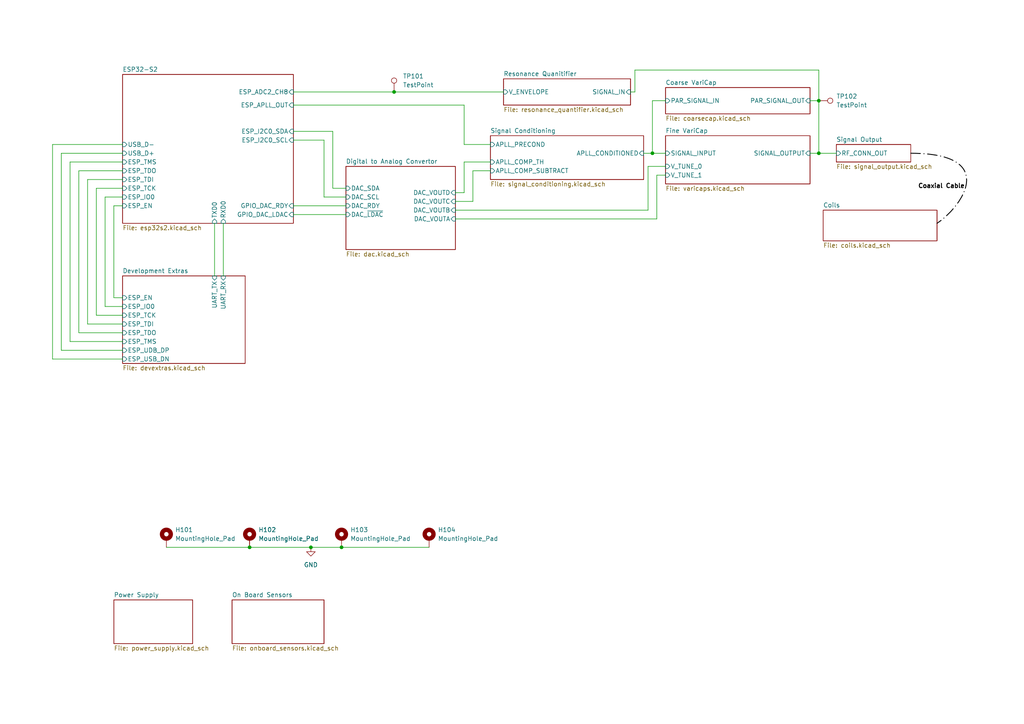
<source format=kicad_sch>
(kicad_sch (version 20250114) (generator "eeschema") (generator_version "9.0")
  (paper "A4")
  (title_block (title "OPTOGENETIC STIMULATOR HEAD UNIT OVERVIEW") (rev "0") (company "Integrated BioElectronics Laboratory @ NYU Abu Dhabi") (comment 1 "Schematic developed by Hamza Anver"))
  (lib_symbols
    (symbol "Connector:TestPoint" (pin_numbers (hide yes)) (pin_names (offset 0.762) (hide yes))
      (property "Reference" "TP" (at 0 6.858 0))
      (property "Value" "TestPoint" (at 0 5.08 0))
      (symbol "TestPoint_0_1"
        (circle (center 0 3.302) (radius 0.762))
      )
      (symbol "TestPoint_1_1"
        (pin passive line (at 0 0 90) (length 2.54) (name "1") (number "1"))
      )
    )
    (symbol "Mechanical:MountingHole_Pad" (pin_numbers (hide yes)) (pin_names (offset 1.016) (hide yes)) (exclude_from_sim yes) (in_bom no)
      (property "Reference" "H" (at 0 6.35 0))
      (property "Value" "MountingHole_Pad" (at 0 4.445 0))
      (symbol "MountingHole_Pad_0_1"
        (circle (center 0 1.27) (radius 1.27) (stroke (width 1.27)))
      )
      (symbol "MountingHole_Pad_1_1"
        (pin input line (at 0 -2.54 90) (length 2.54) (name "1") (number "1"))
      )
    )
    (symbol "power:GND" (power) (pin_numbers (hide yes)) (pin_names (offset 0) (hide yes))
      (property "Value" "GND" (at 0 -3.81 0))
      (symbol "GND_0_1"
        (polyline (pts (xy 0 0) (xy 0 -1.27) (xy 1.27 -1.27) (xy 0 -2.54) (xy -1.27 -1.27) (xy 0 -1.27)))
      )
      (symbol "GND_1_1"
        (pin power_in line (at 0 0 270) (length 0) (name "~") (number "1"))
      )
    )
  )
  (bezier (pts (xy 264.16 44.45) (xy 289.56 44.45) (xy 279.4 59.69) (xy 271.78 64.77)) (stroke (width 0.254) (type dash_dot) (color 0 0 0 1)))
  (text "Coaxial Cable\n" (at 273.05 54.102 0) (effects (font (size 1.27 1.27) (thickness 0.254) (bold yes))))
  (junction (at 72.39 158.75))
  (junction (at 99.06 158.75))
  (junction (at 237.49 44.45))
  (junction (at 114.3 26.67))
  (junction (at 189.23 44.45))
  (junction (at 90.17 158.75))
  (junction (at 237.49 29.21))
  (wire (pts (xy 85.09 30.48) (xy 134.62 30.48)))
  (wire (pts (xy 134.62 30.48) (xy 134.62 41.91)))
  (wire (pts (xy 237.49 29.21) (xy 234.95 29.21)))
  (wire (pts (xy 85.09 59.69) (xy 100.33 59.69)))
  (wire (pts (xy 20.32 46.99) (xy 20.32 99.06)))
  (wire (pts (xy 237.49 20.32) (xy 237.49 29.21)))
  (wire (pts (xy 184.15 26.67) (xy 182.88 26.67)))
  (wire (pts (xy 64.77 64.77) (xy 64.77 80.01)))
  (wire (pts (xy 35.56 54.61) (xy 27.94 54.61)))
  (wire (pts (xy 72.39 158.75) (xy 90.17 158.75)))
  (wire (pts (xy 114.3 26.67) (xy 146.05 26.67)))
  (wire (pts (xy 132.08 60.96) (xy 187.96 60.96)))
  (wire (pts (xy 134.62 46.99) (xy 142.24 46.99)))
  (wire (pts (xy 237.49 44.45) (xy 242.57 44.45)))
  (wire (pts (xy 234.95 44.45) (xy 237.49 44.45)))
  (wire (pts (xy 186.69 44.45) (xy 189.23 44.45)))
  (wire (pts (xy 85.09 62.23) (xy 100.33 62.23)))
  (wire (pts (xy 93.98 40.64) (xy 93.98 57.15)))
  (wire (pts (xy 85.09 38.1) (xy 96.52 38.1)))
  (wire (pts (xy 134.62 41.91) (xy 142.24 41.91)))
  (wire (pts (xy 184.15 20.32) (xy 184.15 26.67)))
  (wire (pts (xy 30.48 88.9) (xy 35.56 88.9)))
  (wire (pts (xy 96.52 38.1) (xy 96.52 54.61)))
  (wire (pts (xy 35.56 59.69) (xy 33.02 59.69)))
  (wire (pts (xy 17.78 101.6) (xy 35.56 101.6)))
  (wire (pts (xy 27.94 54.61) (xy 27.94 91.44)))
  (wire (pts (xy 35.56 52.07) (xy 25.4 52.07)))
  (wire (pts (xy 35.56 41.91) (xy 15.24 41.91)))
  (wire (pts (xy 25.4 52.07) (xy 25.4 93.98)))
  (wire (pts (xy 85.09 26.67) (xy 114.3 26.67)))
  (wire (pts (xy 62.23 64.77) (xy 62.23 80.01)))
  (wire (pts (xy 35.56 46.99) (xy 20.32 46.99)))
  (wire (pts (xy 193.04 50.8) (xy 190.5 50.8)))
  (wire (pts (xy 96.52 54.61) (xy 100.33 54.61)))
  (wire (pts (xy 48.26 158.75) (xy 72.39 158.75)))
  (wire (pts (xy 85.09 40.64) (xy 93.98 40.64)))
  (wire (pts (xy 15.24 104.14) (xy 35.56 104.14)))
  (wire (pts (xy 93.98 57.15) (xy 100.33 57.15)))
  (wire (pts (xy 137.16 58.42) (xy 137.16 49.53)))
  (wire (pts (xy 190.5 63.5) (xy 132.08 63.5)))
  (wire (pts (xy 99.06 158.75) (xy 124.46 158.75)))
  (wire (pts (xy 90.17 158.75) (xy 99.06 158.75)))
  (wire (pts (xy 35.56 57.15) (xy 30.48 57.15)))
  (wire (pts (xy 33.02 59.69) (xy 33.02 86.36)))
  (wire (pts (xy 27.94 91.44) (xy 35.56 91.44)))
  (wire (pts (xy 22.86 96.52) (xy 35.56 96.52)))
  (wire (pts (xy 237.49 44.45) (xy 237.49 29.21)))
  (wire (pts (xy 187.96 48.26) (xy 193.04 48.26)))
  (wire (pts (xy 187.96 60.96) (xy 187.96 48.26)))
  (wire (pts (xy 137.16 49.53) (xy 142.24 49.53)))
  (wire (pts (xy 33.02 86.36) (xy 35.56 86.36)))
  (wire (pts (xy 22.86 49.53) (xy 22.86 96.52)))
  (wire (pts (xy 193.04 29.21) (xy 189.23 29.21)))
  (wire (pts (xy 30.48 57.15) (xy 30.48 88.9)))
  (wire (pts (xy 134.62 55.88) (xy 134.62 46.99)))
  (wire (pts (xy 17.78 44.45) (xy 17.78 101.6)))
  (wire (pts (xy 25.4 93.98) (xy 35.56 93.98)))
  (wire (pts (xy 35.56 44.45) (xy 17.78 44.45)))
  (wire (pts (xy 35.56 49.53) (xy 22.86 49.53)))
  (wire (pts (xy 132.08 55.88) (xy 134.62 55.88)))
  (wire (pts (xy 189.23 29.21) (xy 189.23 44.45)))
  (wire (pts (xy 190.5 50.8) (xy 190.5 63.5)))
  (wire (pts (xy 15.24 41.91) (xy 15.24 104.14)))
  (wire (pts (xy 20.32 99.06) (xy 35.56 99.06)))
  (wire (pts (xy 237.49 20.32) (xy 184.15 20.32)))
  (wire (pts (xy 189.23 44.45) (xy 193.04 44.45)))
  (wire (pts (xy 132.08 58.42) (xy 137.16 58.42)))
  (symbol (lib_id "Mechanical:MountingHole_Pad") (at 72.39 156.21 0) (unit 1) (exclude_from_sim yes) (in_bom no)
    (property "Reference" "H102" (at 74.93 153.6699 0) (effects (justify left)))
    (property "Value" "MountingHole_Pad" (at 74.93 156.2099 0) (effects (justify left)))
    (property "Footprint" "MountingHole:MountingHole_2.2mm_M2_ISO14580_Pad_TopBottom" (effects (hide yes)))
    (property "Description" "Mounting Hole with connection" (effects (hide yes)))
  )
  (symbol (lib_id "Mechanical:MountingHole_Pad") (at 124.46 156.21 0) (unit 1) (exclude_from_sim yes) (in_bom no)
    (property "Reference" "H104" (at 127 153.6699 0) (effects (justify left)))
    (property "Value" "MountingHole_Pad" (at 127 156.2099 0) (effects (justify left)))
    (property "Footprint" "MountingHole:MountingHole_2.2mm_M2_ISO14580_Pad_TopBottom" (effects (hide yes)))
    (property "Description" "Mounting Hole with connection" (effects (hide yes)))
  )
  (symbol (lib_id "power:GND") (at 90.17 158.75 0) (unit 1)
    (property "Reference" "#PWR0101" (effects (hide yes)))
    (property "Value" "GND" (at 90.17 163.83 0))
    (property "Description" "Power symbol creates a global label with name \"GND\" , ground" (effects (hide yes)))
  )
  (symbol (lib_id "Connector:TestPoint") (at 114.3 26.67 0) (unit 1)
    (property "Reference" "TP101" (at 116.84 22.0979 0) (effects (justify left)))
    (property "Value" "TestPoint" (at 116.84 24.6379 0) (effects (justify left)))
    (property "Footprint" "TestPoint:TestPoint_Pad_1.0x1.0mm" (effects (hide yes)))
    (property "Description" "test point" (effects (hide yes)))
  )
  (symbol (lib_id "Mechanical:MountingHole_Pad") (at 99.06 156.21 0) (unit 1) (exclude_from_sim yes) (in_bom no)
    (property "Reference" "H103" (at 101.6 153.6699 0) (effects (justify left)))
    (property "Value" "MountingHole_Pad" (at 101.6 156.2099 0) (effects (justify left)))
    (property "Footprint" "MountingHole:MountingHole_2.2mm_M2_ISO14580_Pad_TopBottom" (effects (hide yes)))
    (property "Description" "Mounting Hole with connection" (effects (hide yes)))
  )
  (symbol (lib_id "Mechanical:MountingHole_Pad") (at 48.26 156.21 0) (unit 1) (exclude_from_sim yes) (in_bom no)
    (property "Reference" "H101" (at 50.8 153.6699 0) (effects (justify left)))
    (property "Value" "MountingHole_Pad" (at 50.8 156.2099 0) (effects (justify left)))
    (property "Footprint" "MountingHole:MountingHole_2.2mm_M2_ISO14580_Pad_TopBottom" (effects (hide yes)))
    (property "Description" "Mounting Hole with connection" (effects (hide yes)))
  )
  (symbol (lib_id "Connector:TestPoint") (at 237.49 29.21 270) (unit 1)
    (property "Reference" "TP102" (at 242.57 27.9399 90) (effects (justify left)))
    (property "Value" "TestPoint" (at 242.57 30.4799 90) (effects (justify left)))
    (property "Footprint" "TestPoint:TestPoint_Pad_1.0x1.0mm" (effects (hide yes)))
    (property "Description" "test point" (effects (hide yes)))
  )
  (sheet (at 238.76 60.96) (size 33.02 8.89) (stroke (width 0.1524))
    (property "Sheetname" "Coils" (at 238.76 60.2484 0) (effects (justify left bottom)))
    (property "Sheetfile" "coils.kicad_sch" (at 238.76 70.4346 0) (effects (justify left top)))
  )
  (sheet (at 35.56 80.01) (size 35.56 25.4) (stroke (width 0.1524))
    (property "Sheetname" "Development Extras" (at 35.56 79.2984 0) (effects (justify left bottom)))
    (property "Sheetfile" "devextras.kicad_sch" (at 35.56 105.9946 0) (effects (justify left top)))
    (pin "ESP_EN" input (at 35.56 86.36 180))
    (pin "ESP_IO0 " input (at 35.56 88.9 180))
    (pin "ESP_TCK" input (at 35.56 91.44 180))
    (pin "ESP_TDI" input (at 35.56 93.98 180))
    (pin "ESP_TDO" input (at 35.56 96.52 180))
    (pin "ESP_TMS" input (at 35.56 99.06 180))
    (pin "UART_RX" input (at 64.77 80.01 90))
    (pin "UART_TX" input (at 62.23 80.01 90))
    (pin "ESP_UDB_DP" input (at 35.56 101.6 180))
    (pin "ESP_USB_DN" input (at 35.56 104.14 180))
  )
  (sheet (at 146.05 22.86) (size 36.83 7.62) (stroke (width 0.1524))
    (property "Sheetname" "Resonance Quanitifier" (at 146.05 22.1484 0) (effects (justify left bottom)))
    (property "Sheetfile" "resonance_quantifier.kicad_sch" (at 146.05 31.0646 0) (effects (justify left top)))
    (pin "V_ENVELOPE" input (at 146.05 26.67 180))
    (pin "SIGNAL_IN" input (at 182.88 26.67 0))
  )
  (sheet (at 100.33 48.26) (size 31.75 24.13) (stroke (width 0.1524))
    (property "Sheetname" "Digital to Analog Convertor" (at 100.33 47.5484 0) (effects (justify left bottom)))
    (property "Sheetfile" "dac.kicad_sch" (at 100.33 72.9746 0) (effects (justify left top)))
    (pin "DAC_RDY" input (at 100.33 59.69 180))
    (pin "DAC_SCL" input (at 100.33 57.15 180))
    (pin "DAC_SDA" input (at 100.33 54.61 180))
    (pin "DAC_VOUTC" input (at 132.08 58.42 0))
    (pin "DAC_VOUTB" input (at 132.08 60.96 0))
    (pin "DAC_VOUTD" input (at 132.08 55.88 0))
    (pin "DAC_~{LDAC}" input (at 100.33 62.23 180))
    (pin "DAC_VOUTA" input (at 132.08 63.5 0))
  )
  (sheet (at 142.24 39.37) (size 44.45 12.7) (stroke (width 0.1524))
    (property "Sheetname" "Signal Conditioning" (at 142.24 38.6584 0) (effects (justify left bottom)))
    (property "Sheetfile" "signal_conditioning.kicad_sch" (at 142.24 52.6546 0) (effects (justify left top)))
    (pin "APLL_COMP_TH" input (at 142.24 46.99 180))
    (pin "APLL_COMP_SUBTRACT" input (at 142.24 49.53 180))
    (pin "APLL_PRECOND" input (at 142.24 41.91 180))
    (pin "APLL_CONDITIONED" input (at 186.69 44.45 0))
  )
  (sheet (at 193.04 39.37) (size 41.91 13.97) (stroke (width 0.1524))
    (property "Sheetname" "Fine VariCap" (at 193.04 38.6584 0) (effects (justify left bottom)))
    (property "Sheetfile" "varicaps.kicad_sch" (at 193.04 53.9246 0) (effects (justify left top)))
    (pin "SIGNAL_INPUT" input (at 193.04 44.45 180))
    (pin "SIGNAL_OUTPUT" input (at 234.95 44.45 0))
    (pin "V_TUNE_0" input (at 193.04 48.26 180))
    (pin "V_TUNE_1" input (at 193.04 50.8 180))
  )
  (sheet (at 242.57 41.91) (size 21.59 5.08) (stroke (width 0.1524))
    (property "Sheetname" "Signal Output" (at 242.57 41.1984 0) (effects (justify left bottom)))
    (property "Sheetfile" "signal_output.kicad_sch" (at 242.57 47.5746 0) (effects (justify left top)))
    (pin "RF_CONN_OUT" input (at 242.57 44.45 180))
  )
  (sheet (at 33.02 173.99) (size 22.86 12.7) (stroke (width 0.1524))
    (property "Sheetname" "Power Supply" (at 33.02 173.2784 0) (effects (justify left bottom)))
    (property "Sheetfile" "power_supply.kicad_sch" (at 33.02 187.2746 0) (effects (justify left top)))
  )
  (sheet (at 35.56 21.59) (size 49.53 43.18) (stroke (width 0.1524))
    (property "Sheetname" "ESP32-S2" (at 35.56 20.8784 0) (effects (justify left bottom)))
    (property "Sheetfile" "esp32s2.kicad_sch" (at 35.56 65.3546 0) (effects (justify left top)))
    (pin "ESP_APLL_OUT" input (at 85.09 30.48 0))
    (pin "ESP_ADC2_CH8" input (at 85.09 26.67 0))
    (pin "ESP_I2C0_SCL" input (at 85.09 40.64 0))
    (pin "ESP_I2C0_SDA" input (at 85.09 38.1 0))
    (pin "ESP_TCK" input (at 35.56 54.61 180))
    (pin "ESP_TDI" input (at 35.56 52.07 180))
    (pin "ESP_TDO" input (at 35.56 49.53 180))
    (pin "ESP_TMS" input (at 35.56 46.99 180))
    (pin "GPIO_DAC_RDY" input (at 85.09 59.69 0))
    (pin "RXD0" input (at 64.77 64.77 270))
    (pin "TXD0" input (at 62.23 64.77 270))
    (pin "ESP_EN" input (at 35.56 59.69 180))
    (pin "ESP_IO0" input (at 35.56 57.15 180))
    (pin "GPIO_DAC_LDAC" input (at 85.09 62.23 0))
    (pin "USB_D+" input (at 35.56 44.45 180))
    (pin "USB_D-" input (at 35.56 41.91 180))
  )
  (sheet (at 193.04 25.4) (size 41.91 7.62) (stroke (width 0.1524))
    (property "Sheetname" "Coarse VariCap" (at 193.04 24.6884 0) (effects (justify left bottom)))
    (property "Sheetfile" "coarsecap.kicad_sch" (at 193.04 33.6046 0) (effects (justify left top)))
    (pin "PAR_SIGNAL_OUT" input (at 234.95 29.21 0))
    (pin "PAR_SIGNAL_IN" input (at 193.04 29.21 180))
  )
  (sheet (at 67.31 173.99) (size 26.67 12.7) (stroke (width 0.1524))
    (property "Sheetname" "On Board Sensors" (at 67.31 173.2784 0) (effects (justify left bottom)))
    (property "Sheetfile" "onboard_sensors.kicad_sch" (at 67.31 187.2746 0) (effects (justify left top)))
  )
)
</source>
